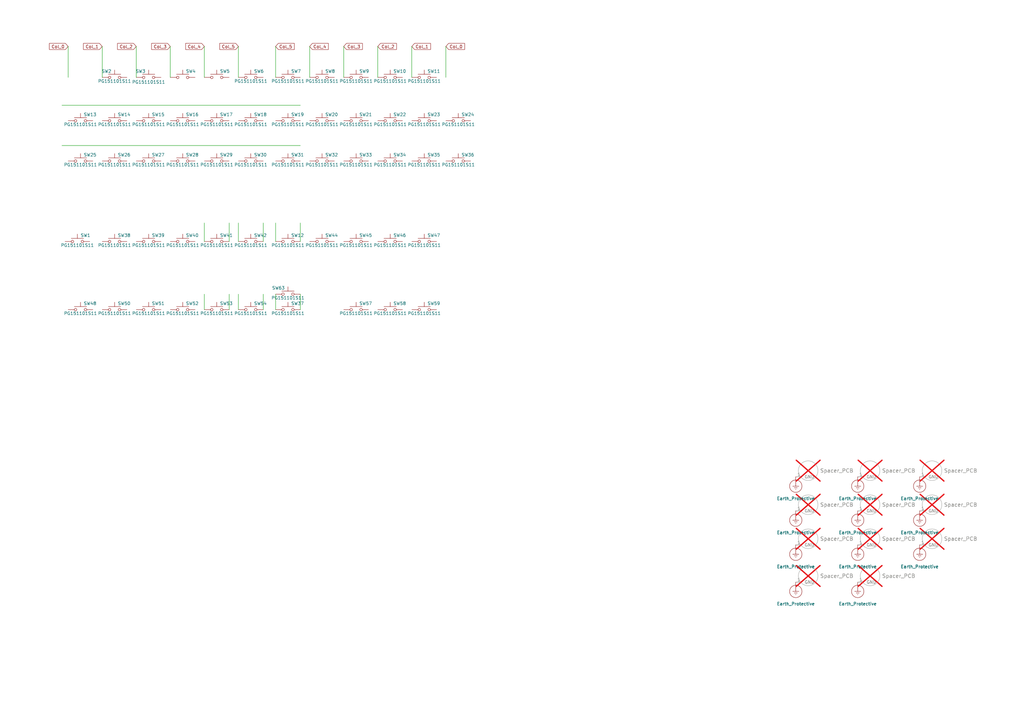
<source format=kicad_sch>
(kicad_sch (version 20250114) (generator "eeschema") (generator_version "9.0")
  (paper "A3")
  (title_block (title "Chameleon Plate") (date "2025-11-29") (rev "v1.00") (company "Tweety's Wild Thinking") (comment 1 "Markus Knutsson <markus.knutsson@tweety.se>") (comment 2 "https://github.com/TweetyDaBird") (comment 3 "Licensed under Creative Commons BY-SA 4.0 International "))
  (lib_symbols
    (symbol "Earth_Protective_1" (power) (pin_numbers (hide yes)) (pin_names (offset 0) (hide yes))
      (property "Value" "Earth_Protective" (at 0 -7.62 0))
      (symbol "Earth_Protective_1_0_1"
        (polyline (pts (xy -0.635 -4.445) (xy 0.635 -4.445)))
        (polyline (pts (xy -0.127 -5.08) (xy 0.127 -5.08)))
        (polyline (pts (xy 0 -3.81) (xy 0 0)))
        (circle (center 0 -3.81) (radius 2.54))
        (polyline (pts (xy 1.27 -3.81) (xy -1.27 -3.81)))
      )
      (symbol "Earth_Protective_1_1_1"
        (pin power_in line (at 0 0 270) (length 0) (name "~") (number "1"))
      )
    )
    (symbol "Keyboard_Plate:Spacer_Planck" (pin_names (offset 1.016))
      (property "Value" "Spacer_Planck" (at 0 1.27 0))
      (symbol "Spacer_Planck_0_1"
        (circle (center 0 0) (radius 4.0132))
      )
      (symbol "Spacer_Planck_1_1"
        (pin input line (at -5.08 -2.54 0) (length 2.54) (name "GND") (number "1"))
      )
    )
    (symbol "Switch:SW_Push" (pin_numbers (hide yes)) (pin_names (offset 1.016) (hide yes))
      (property "Reference" "SW" (at 1.27 2.54 0))
      (property "Value" "SW_Push" (at 0 -1.524 0))
      (symbol "SW_Push_0_1"
        (circle (center -2.032 0) (radius 0.508))
        (polyline (pts (xy 0 1.27) (xy 0 3.048)))
        (circle (center 2.032 0) (radius 0.508))
        (polyline (pts (xy 2.54 1.27) (xy -2.54 1.27)))
        (pin passive line (at -5.08 0 0) (length 2.54) (name "1") (number "1"))
        (pin passive line (at 5.08 0 180) (length 2.54) (name "2") (number "2"))
      )
    )
  )
  (wire (pts (xy 140.97 19.05) (xy 140.97 31.75)))
  (wire (pts (xy 83.82 19.05) (xy 83.82 31.75)))
  (wire (pts (xy 123.19 91.44) (xy 123.19 99.06)))
  (wire (pts (xy 93.98 120.65) (xy 93.98 127)))
  (wire (pts (xy 154.94 19.05) (xy 154.94 31.75)))
  (wire (pts (xy 168.91 19.05) (xy 168.91 31.75)))
  (wire (pts (xy 97.79 19.05) (xy 97.79 31.75)))
  (wire (pts (xy 55.88 19.05) (xy 55.88 31.75)))
  (wire (pts (xy 97.79 120.65) (xy 97.79 127)))
  (wire (pts (xy 41.91 19.05) (xy 41.91 31.75)))
  (wire (pts (xy 69.85 19.05) (xy 69.85 31.75)))
  (wire (pts (xy 83.82 127) (xy 83.82 120.65)))
  (wire (pts (xy 25.4 59.69) (xy 123.19 59.69)))
  (wire (pts (xy 97.79 99.06) (xy 97.79 91.44)))
  (wire (pts (xy 83.82 99.06) (xy 83.82 91.44)))
  (wire (pts (xy 25.4 43.18) (xy 123.19 43.18)))
  (wire (pts (xy 93.98 91.44) (xy 93.98 99.06)))
  (wire (pts (xy 107.95 91.44) (xy 107.95 99.06)))
  (wire (pts (xy 182.88 19.05) (xy 182.88 31.75)))
  (wire (pts (xy 127 19.05) (xy 127 31.75)))
  (wire (pts (xy 123.19 120.65) (xy 123.19 127)))
  (wire (pts (xy 27.94 19.05) (xy 27.94 31.75)))
  (wire (pts (xy 113.03 99.06) (xy 113.03 91.44)))
  (wire (pts (xy 107.95 120.65) (xy 107.95 127)))
  (wire (pts (xy 113.03 127) (xy 113.03 120.65)))
  (wire (pts (xy 113.03 19.05) (xy 113.03 31.75)))
  (global_label "Col_3" (shape input) (at 140.97 19.05 0) (property "Intersheetrefs" "${INTERSHEET_REFS}" (effects (hide yes))))
  (global_label "Col_2" (shape input) (at 55.88 19.05 180) (property "Intersheetrefs" "${INTERSHEET_REFS}" (effects (hide yes))))
  (global_label "Col_0" (shape input) (at 27.94 19.05 180) (property "Intersheetrefs" "${INTERSHEET_REFS}" (effects (hide yes))))
  (global_label "Col_2" (shape input) (at 154.94 19.05 0) (property "Intersheetrefs" "${INTERSHEET_REFS}" (effects (hide yes))))
  (global_label "Col_0" (shape input) (at 182.88 19.05 0) (property "Intersheetrefs" "${INTERSHEET_REFS}" (effects (hide yes))))
  (global_label "Col_5" (shape input) (at 113.03 19.05 0) (property "Intersheetrefs" "${INTERSHEET_REFS}" (effects (hide yes))))
  (global_label "Col_4" (shape input) (at 83.82 19.05 180) (property "Intersheetrefs" "${INTERSHEET_REFS}" (effects (hide yes))))
  (global_label "Col_3" (shape input) (at 69.85 19.05 180) (property "Intersheetrefs" "${INTERSHEET_REFS}" (effects (hide yes))))
  (global_label "Col_4" (shape input) (at 127 19.05 0) (property "Intersheetrefs" "${INTERSHEET_REFS}" (effects (hide yes))))
  (global_label "Col_5" (shape input) (at 97.79 19.05 180) (property "Intersheetrefs" "${INTERSHEET_REFS}" (effects (hide yes))))
  (global_label "Col_1" (shape input) (at 41.91 19.05 180) (property "Intersheetrefs" "${INTERSHEET_REFS}" (effects (hide yes))))
  (global_label "Col_1" (shape input) (at 168.91 19.05 0) (property "Intersheetrefs" "${INTERSHEET_REFS}" (effects (hide yes))))
  (symbol (lib_id "Switch:SW_Push") (at 88.9 66.04 0) (unit 1)
    (property "Reference" "SW29" (at 90.17 63.5 0) (effects (justify left)))
    (property "Value" "PG151101S11" (at 88.9 67.564 0))
    (property "Footprint" "Keyboard_Plate:SW_MX_Plate_Placeholder_nodrill_NOBORDER_13,9" (effects (hide yes)))
    (property "LCSC Part #" "C2803348" (effects (hide yes)))
  )
  (symbol (lib_id "Keyboard_Plate:Spacer_Planck") (at 331.47 207.01 0) (unit 1) (dnp yes)
    (property "Reference" "H9" (effects (hide yes)))
    (property "Value" "Spacer_PCB" (at 336.296 207.0099 0) (effects (font (size 1.524 1.524)) (justify left)))
    (property "Footprint" "Keyboard_Plate:Spacer Plate hole" (effects (hide yes)))
  )
  (symbol (lib_id "Switch:SW_Push") (at 118.11 127 0) (unit 1)
    (property "Reference" "SW37" (at 119.38 124.46 0) (effects (justify left)))
    (property "Value" "PG151101S11" (at 118.11 128.524 0))
    (property "Footprint" "Keyboard_Plate:SW_MX_Plate_Placeholder_nodrill_NOBORDER_13,9" (effects (hide yes)))
    (property "LCSC Part #" "C2803348" (effects (hide yes)))
  )
  (symbol (lib_id "Switch:SW_Push") (at 60.96 99.06 0) (unit 1)
    (property "Reference" "SW39" (at 62.23 96.52 0) (effects (justify left)))
    (property "Value" "PG151101S11" (at 60.96 100.584 0))
    (property "Footprint" "Keyboard_Plate:SW_MX_Plate_Placeholder_nodrill_NOBORDER_13,9" (effects (hide yes)))
    (property "LCSC Part #" "C2803348" (effects (hide yes)))
  )
  (symbol (lib_name "Earth_Protective_1") (lib_id "power:Earth_Protective") (at 326.39 223.52 0) (unit 1)
    (property "Reference" "#PWR064" (effects (hide yes)))
    (property "Value" "Earth_Protective" (at 326.39 232.41 0))
    (property "Description" "Power symbol creates a global label with name \"Earth_Protective\"" (effects (hide yes)))
  )
  (symbol (lib_id "Switch:SW_Push") (at 102.87 127 0) (unit 1)
    (property "Reference" "SW54" (at 104.14 124.46 0) (effects (justify left)))
    (property "Value" "PG151101S11" (at 102.87 128.524 0))
    (property "Footprint" "Keyboard_Plate:SW_MX_Plate_Placeholder_nodrill_NOBORDER_13,9" (effects (hide yes)))
    (property "LCSC Part #" "C2803348" (effects (hide yes)))
  )
  (symbol (lib_id "Switch:SW_Push") (at 118.11 49.53 0) (unit 1)
    (property "Reference" "SW19" (at 119.38 46.99 0) (effects (justify left)))
    (property "Value" "PG151101S11" (at 118.11 51.054 0))
    (property "Footprint" "Keyboard_Plate:SW_MX_Plate_Placeholder_nodrill_NOBORDER_13,9" (effects (hide yes)))
    (property "LCSC Part #" "C2803348" (effects (hide yes)))
  )
  (symbol (lib_name "Earth_Protective_1") (lib_id "power:Earth_Protective") (at 377.19 209.55 0) (unit 1)
    (property "Reference" "#PWR055" (effects (hide yes)))
    (property "Value" "Earth_Protective" (at 377.19 218.44 0))
    (property "Description" "Power symbol creates a global label with name \"Earth_Protective\"" (effects (hide yes)))
  )
  (symbol (lib_id "Switch:SW_Push") (at 173.99 127 0) (unit 1)
    (property "Reference" "SW59" (at 175.26 124.46 0) (effects (justify left)))
    (property "Value" "PG151101S11" (at 173.99 128.524 0))
    (property "Footprint" "Keyboard_Plate:SW_MX_Plate_Placeholder_nodrill_NOBORDER_13,9" (effects (hide yes)))
    (property "LCSC Part #" "C2803348" (effects (hide yes)))
  )
  (symbol (lib_id "Switch:SW_Push") (at 132.08 66.04 0) (unit 1)
    (property "Reference" "SW32" (at 133.35 63.5 0) (effects (justify left)))
    (property "Value" "PG151101S11" (at 132.08 67.564 0))
    (property "Footprint" "Keyboard_Plate:SW_MX_Plate_Placeholder_nodrill_NOBORDER_13,9" (effects (hide yes)))
    (property "LCSC Part #" "C2803348" (effects (hide yes)))
  )
  (symbol (lib_name "Earth_Protective_1") (lib_id "power:Earth_Protective") (at 326.39 195.58 0) (unit 1)
    (property "Reference" "#PWR065" (effects (hide yes)))
    (property "Value" "Earth_Protective" (at 326.39 204.47 0))
    (property "Description" "Power symbol creates a global label with name \"Earth_Protective\"" (effects (hide yes)))
  )
  (symbol (lib_name "Earth_Protective_1") (lib_id "power:Earth_Protective") (at 326.39 238.76 0) (unit 1)
    (property "Reference" "#PWR061" (effects (hide yes)))
    (property "Value" "Earth_Protective" (at 326.39 247.65 0))
    (property "Description" "Power symbol creates a global label with name \"Earth_Protective\"" (effects (hide yes)))
  )
  (symbol (lib_id "Switch:SW_Push") (at 146.05 99.06 0) (unit 1)
    (property "Reference" "SW45" (at 147.32 96.52 0) (effects (justify left)))
    (property "Value" "PG151101S11" (at 146.05 100.584 0))
    (property "Footprint" "Keyboard_Plate:SW_MX_Plate_Placeholder_nodrill_NOBORDER_13,9" (effects (hide yes)))
    (property "LCSC Part #" "C2803348" (effects (hide yes)))
  )
  (symbol (lib_name "Earth_Protective_1") (lib_id "power:Earth_Protective") (at 351.79 209.55 0) (unit 1)
    (property "Reference" "#PWR057" (effects (hide yes)))
    (property "Value" "Earth_Protective" (at 351.79 218.44 0))
    (property "Description" "Power symbol creates a global label with name \"Earth_Protective\"" (effects (hide yes)))
  )
  (symbol (lib_id "Switch:SW_Push") (at 173.99 99.06 0) (unit 1)
    (property "Reference" "SW47" (at 175.26 96.52 0) (effects (justify left)))
    (property "Value" "PG151101S11" (at 173.99 100.584 0))
    (property "Footprint" "Keyboard_Plate:SW_MX_Plate_Placeholder_nodrill_NOBORDER_13,9" (effects (hide yes)))
    (property "LCSC Part #" "C2803348" (effects (hide yes)))
  )
  (symbol (lib_id "Switch:SW_Push") (at 173.99 31.75 0) (unit 1)
    (property "Reference" "SW11" (at 175.26 29.21 0) (effects (justify left)))
    (property "Value" "PG151101S11" (at 173.99 33.274 0))
    (property "Footprint" "Keyboard_Plate:SW_MX_Plate_Placeholder_nodrill_NOBORDER_13,9" (effects (hide yes)))
    (property "LCSC Part #" "C2803348" (effects (hide yes)))
  )
  (symbol (lib_id "Switch:SW_Push") (at 146.05 66.04 0) (unit 1)
    (property "Reference" "SW33" (at 147.32 63.5 0) (effects (justify left)))
    (property "Value" "PG151101S11" (at 146.05 67.564 0))
    (property "Footprint" "Keyboard_Plate:SW_MX_Plate_Placeholder_nodrill_NOBORDER_13,9" (effects (hide yes)))
    (property "LCSC Part #" "C2803348" (effects (hide yes)))
  )
  (symbol (lib_id "Switch:SW_Push") (at 74.93 99.06 0) (unit 1)
    (property "Reference" "SW40" (at 76.2 96.52 0) (effects (justify left)))
    (property "Value" "PG151101S11" (at 74.93 100.584 0))
    (property "Footprint" "Keyboard_Plate:SW_MX_Plate_Placeholder_nodrill_NOBORDER_13,9" (effects (hide yes)))
    (property "LCSC Part #" "C2803348" (effects (hide yes)))
  )
  (symbol (lib_id "Switch:SW_Push") (at 118.11 99.06 0) (unit 1)
    (property "Reference" "SW12" (at 119.38 96.52 0) (effects (justify left)))
    (property "Value" "PG151101S11" (at 118.11 100.584 0))
    (property "Footprint" "Keyboard_Plate:SW_MX_Plate_Placeholder_nodrill_NOBORDER_13,9" (effects (hide yes)))
    (property "LCSC Part #" "C2803348" (effects (hide yes)))
  )
  (symbol (lib_id "Switch:SW_Push") (at 160.02 31.75 0) (unit 1)
    (property "Reference" "SW10" (at 161.29 29.21 0) (effects (justify left)))
    (property "Value" "PG151101S11" (at 160.02 33.274 0))
    (property "Footprint" "Keyboard_Plate:SW_MX_Plate_Placeholder_nodrill_NOBORDER_13,9" (effects (hide yes)))
    (property "LCSC Part #" "C2803348" (effects (hide yes)))
  )
  (symbol (lib_name "Earth_Protective_1") (lib_id "power:Earth_Protective") (at 326.39 209.55 0) (unit 1)
    (property "Reference" "#PWR059" (effects (hide yes)))
    (property "Value" "Earth_Protective" (at 326.39 218.44 0))
    (property "Description" "Power symbol creates a global label with name \"Earth_Protective\"" (effects (hide yes)))
  )
  (symbol (lib_id "Switch:SW_Push") (at 160.02 127 0) (unit 1)
    (property "Reference" "SW58" (at 161.29 124.46 0) (effects (justify left)))
    (property "Value" "PG151101S11" (at 160.02 128.524 0))
    (property "Footprint" "Keyboard_Plate:SW_MX_Plate_Placeholder_nodrill_NOBORDER_13,9" (effects (hide yes)))
    (property "LCSC Part #" "C2803348" (effects (hide yes)))
  )
  (symbol (lib_id "Keyboard_Plate:Spacer_Planck") (at 356.87 193.04 0) (unit 1) (dnp yes)
    (property "Reference" "H6" (effects (hide yes)))
    (property "Value" "Spacer_PCB" (at 361.696 193.0399 0) (effects (font (size 1.524 1.524)) (justify left)))
    (property "Footprint" "Keyboard_Plate:Spacer Plate hole" (effects (hide yes)))
  )
  (symbol (lib_id "Switch:SW_Push") (at 187.96 66.04 0) (unit 1)
    (property "Reference" "SW36" (at 189.23 63.5 0) (effects (justify left)))
    (property "Value" "PG151101S11" (at 187.96 67.564 0))
    (property "Footprint" "Keyboard_Plate:SW_MX_Plate_Placeholder_nodrill_NOBORDER_13,9" (effects (hide yes)))
    (property "LCSC Part #" "C2803348" (effects (hide yes)))
  )
  (symbol (lib_id "Switch:SW_Push") (at 74.93 127 0) (unit 1)
    (property "Reference" "SW52" (at 76.2 124.46 0) (effects (justify left)))
    (property "Value" "PG151101S11" (at 74.93 128.524 0))
    (property "Footprint" "Keyboard_Plate:SW_MX_Plate_Placeholder_nodrill_NOBORDER_13,9" (effects (hide yes)))
    (property "LCSC Part #" "C2803348" (effects (hide yes)))
  )
  (symbol (lib_id "Switch:SW_Push") (at 160.02 49.53 0) (unit 1)
    (property "Reference" "SW22" (at 161.29 46.99 0) (effects (justify left)))
    (property "Value" "PG151101S11" (at 160.02 51.054 0))
    (property "Footprint" "Keyboard_Plate:SW_MX_Plate_Placeholder_nodrill_NOBORDER_13,9" (effects (hide yes)))
    (property "LCSC Part #" "C2803348" (effects (hide yes)))
  )
  (symbol (lib_id "Switch:SW_Push") (at 132.08 31.75 0) (unit 1)
    (property "Reference" "SW8" (at 133.35 29.21 0) (effects (justify left)))
    (property "Value" "PG151101S11" (at 132.08 33.274 0))
    (property "Footprint" "Keyboard_Plate:SW_MX_Plate_Placeholder_nodrill_NOBORDER_13,9" (effects (hide yes)))
    (property "LCSC Part #" "C2803348" (effects (hide yes)))
  )
  (symbol (lib_id "Switch:SW_Push") (at 33.02 66.04 0) (unit 1)
    (property "Reference" "SW25" (at 34.29 63.5 0) (effects (justify left)))
    (property "Value" "PG151101S11" (at 33.02 67.564 0))
    (property "Footprint" "Keyboard_Plate:SW_MX_Plate_Placeholder_nodrill_NOBORDER_13,9" (effects (hide yes)))
    (property "LCSC Part #" "C2803348" (effects (hide yes)))
  )
  (symbol (lib_id "Switch:SW_Push") (at 46.99 99.06 0) (unit 1)
    (property "Reference" "SW38" (at 48.26 96.52 0) (effects (justify left)))
    (property "Value" "PG151101S11" (at 46.99 100.584 0))
    (property "Footprint" "Keyboard_Plate:SW_MX_Plate_Placeholder_nodrill_NOBORDER_13,9" (effects (hide yes)))
    (property "LCSC Part #" "C2803348" (effects (hide yes)))
  )
  (symbol (lib_id "Switch:SW_Push") (at 88.9 31.75 0) (unit 1)
    (property "Reference" "SW5" (at 90.17 29.21 0) (effects (justify left)))
    (property "Value" "PG151101S11" (effects (hide yes)))
    (property "Footprint" "Keyboard_Plate:SW_MX_Plate_Placeholder_nodrill_NOBORDER_13,9" (effects (hide yes)))
    (property "LCSC Part #" "C2803348" (effects (hide yes)))
  )
  (symbol (lib_id "Switch:SW_Push") (at 74.93 49.53 0) (unit 1)
    (property "Reference" "SW16" (at 76.2 46.99 0) (effects (justify left)))
    (property "Value" "PG151101S11" (at 74.93 51.054 0))
    (property "Footprint" "Keyboard_Plate:SW_MX_Plate_Placeholder_nodrill_NOBORDER_13,9" (effects (hide yes)))
    (property "LCSC Part #" "C2803348" (effects (hide yes)))
  )
  (symbol (lib_name "Earth_Protective_1") (lib_id "power:Earth_Protective") (at 377.19 195.58 0) (unit 1)
    (property "Reference" "#PWR054" (effects (hide yes)))
    (property "Value" "Earth_Protective" (at 377.19 204.47 0))
    (property "Description" "Power symbol creates a global label with name \"Earth_Protective\"" (effects (hide yes)))
  )
  (symbol (lib_id "Keyboard_Plate:Spacer_Planck") (at 331.47 220.98 0) (unit 1) (dnp yes)
    (property "Reference" "H11" (effects (hide yes)))
    (property "Value" "Spacer_PCB" (at 336.296 220.9799 0) (effects (font (size 1.524 1.524)) (justify left)))
    (property "Footprint" "Keyboard_Plate:Spacer Plate hole" (effects (hide yes)))
  )
  (symbol (lib_name "Earth_Protective_1") (lib_id "power:Earth_Protective") (at 351.79 195.58 0) (unit 1)
    (property "Reference" "#PWR053" (effects (hide yes)))
    (property "Value" "Earth_Protective" (at 351.79 204.47 0))
    (property "Description" "Power symbol creates a global label with name \"Earth_Protective\"" (effects (hide yes)))
  )
  (symbol (lib_id "Switch:SW_Push") (at 60.96 66.04 0) (unit 1)
    (property "Reference" "SW27" (at 62.23 63.5 0) (effects (justify left)))
    (property "Value" "PG151101S11" (at 60.96 67.564 0))
    (property "Footprint" "Keyboard_Plate:SW_MX_Plate_Placeholder_nodrill_NOBORDER_13,9" (effects (hide yes)))
    (property "LCSC Part #" "C2803348" (effects (hide yes)))
  )
  (symbol (lib_id "Switch:SW_Push") (at 60.96 31.75 0) (mirror y) (unit 1)
    (property "Reference" "SW3" (at 59.69 29.21 0) (effects (justify left)))
    (property "Value" "PG151101S11" (at 60.96 33.655 0))
    (property "Footprint" "Keyboard_Plate:SW_MX_Plate_Placeholder_nodrill_NOBORDER_13,9" (effects (hide yes)))
    (property "LCSC Part #" "C2803348" (effects (hide yes)))
  )
  (symbol (lib_id "Keyboard_Plate:Spacer_Planck") (at 382.27 220.98 0) (unit 1) (dnp yes)
    (property "Reference" "H12" (effects (hide yes)))
    (property "Value" "Spacer_PCB" (at 387.096 220.9799 0) (effects (font (size 1.524 1.524)) (justify left)))
    (property "Footprint" "Keyboard_Plate:Spacer Plate hole" (effects (hide yes)))
  )
  (symbol (lib_id "Keyboard_Plate:Spacer_Planck") (at 356.87 236.22 0) (unit 1) (dnp yes)
    (property "Reference" "H1" (effects (hide yes)))
    (property "Value" "Spacer_PCB" (at 361.696 236.2199 0) (effects (font (size 1.524 1.524)) (justify left)))
    (property "Footprint" "Keyboard_Plate:Spacer Plate hole" (effects (hide yes)))
  )
  (symbol (lib_id "Switch:SW_Push") (at 160.02 66.04 0) (unit 1)
    (property "Reference" "SW34" (at 161.29 63.5 0) (effects (justify left)))
    (property "Value" "PG151101S11" (at 160.02 67.564 0))
    (property "Footprint" "Keyboard_Plate:SW_MX_Plate_Placeholder_nodrill_NOBORDER_13,9" (effects (hide yes)))
    (property "LCSC Part #" "C2803348" (effects (hide yes)))
  )
  (symbol (lib_id "Switch:SW_Push") (at 118.11 66.04 0) (unit 1)
    (property "Reference" "SW31" (at 119.38 63.5 0) (effects (justify left)))
    (property "Value" "PG151101S11" (at 118.11 67.564 0))
    (property "Footprint" "Keyboard_Plate:SW_MX_Plate_Placeholder_nodrill_NOBORDER_13,9" (effects (hide yes)))
    (property "LCSC Part #" "C2803348" (effects (hide yes)))
  )
  (symbol (lib_id "Switch:SW_Push") (at 33.02 49.53 0) (unit 1)
    (property "Reference" "SW13" (at 34.29 46.99 0) (effects (justify left)))
    (property "Value" "PG151101S11" (at 33.02 51.054 0))
    (property "Footprint" "Keyboard_Plate:SW_MX_Plate_Placeholder_nodrill_NOBORDER_13,9" (effects (hide yes)))
    (property "LCSC Part #" "C2803348" (effects (hide yes)))
  )
  (symbol (lib_id "Switch:SW_Push") (at 60.96 127 0) (unit 1)
    (property "Reference" "SW51" (at 62.23 124.46 0) (effects (justify left)))
    (property "Value" "PG151101S11" (at 60.96 128.524 0))
    (property "Footprint" "Keyboard_Plate:SW_MX_Plate_Placeholder_nodrill_NOBORDER_13,9" (effects (hide yes)))
    (property "LCSC Part #" "C2803348" (effects (hide yes)))
  )
  (symbol (lib_id "Switch:SW_Push") (at 60.96 49.53 0) (unit 1)
    (property "Reference" "SW15" (at 62.23 46.99 0) (effects (justify left)))
    (property "Value" "PG151101S11" (at 60.96 51.054 0))
    (property "Footprint" "Keyboard_Plate:SW_MX_Plate_Placeholder_nodrill_NOBORDER_13,9" (effects (hide yes)))
    (property "LCSC Part #" "C2803348" (effects (hide yes)))
  )
  (symbol (lib_id "Switch:SW_Push") (at 132.08 99.06 0) (unit 1)
    (property "Reference" "SW44" (at 133.35 96.52 0) (effects (justify left)))
    (property "Value" "PG151101S11" (at 132.08 100.584 0))
    (property "Footprint" "Keyboard_Plate:SW_MX_Plate_Placeholder_nodrill_NOBORDER_13,9" (effects (hide yes)))
    (property "LCSC Part #" "C2803348" (effects (hide yes)))
  )
  (symbol (lib_id "Switch:SW_Push") (at 102.87 99.06 0) (unit 1)
    (property "Reference" "SW42" (at 104.14 96.52 0) (effects (justify left)))
    (property "Value" "PG151101S11" (at 102.87 100.584 0))
    (property "Footprint" "Keyboard_Plate:SW_MX_Plate_Placeholder_nodrill_NOBORDER_13,9" (effects (hide yes)))
    (property "LCSC Part #" "C2803348" (effects (hide yes)))
  )
  (symbol (lib_name "Earth_Protective_1") (lib_id "power:Earth_Protective") (at 351.79 238.76 0) (unit 1)
    (property "Reference" "#PWR058" (effects (hide yes)))
    (property "Value" "Earth_Protective" (at 351.79 247.65 0))
    (property "Description" "Power symbol creates a global label with name \"Earth_Protective\"" (effects (hide yes)))
  )
  (symbol (lib_id "Switch:SW_Push") (at 146.05 49.53 0) (unit 1)
    (property "Reference" "SW21" (at 147.32 46.99 0) (effects (justify left)))
    (property "Value" "PG151101S11" (at 146.05 51.054 0))
    (property "Footprint" "Keyboard_Plate:SW_MX_Plate_Placeholder_nodrill_NOBORDER_13,9" (effects (hide yes)))
    (property "LCSC Part #" "C2803348" (effects (hide yes)))
  )
  (symbol (lib_id "Switch:SW_Push") (at 102.87 49.53 0) (unit 1)
    (property "Reference" "SW18" (at 104.14 46.99 0) (effects (justify left)))
    (property "Value" "PG151101S11" (at 102.87 51.054 0))
    (property "Footprint" "Keyboard_Plate:SW_MX_Plate_Placeholder_nodrill_NOBORDER_13,9" (effects (hide yes)))
    (property "LCSC Part #" "C2803348" (effects (hide yes)))
  )
  (symbol (lib_id "Keyboard_Plate:Spacer_Planck") (at 331.47 236.22 0) (unit 1) (dnp yes)
    (property "Reference" "H5" (effects (hide yes)))
    (property "Value" "Spacer_PCB" (at 336.296 236.2199 0) (effects (font (size 1.524 1.524)) (justify left)))
    (property "Footprint" "Keyboard_Plate:Spacer Plate hole" (effects (hide yes)))
  )
  (symbol (lib_id "Switch:SW_Push") (at 102.87 31.75 0) (unit 1)
    (property "Reference" "SW6" (at 104.14 29.21 0) (effects (justify left)))
    (property "Value" "PG151101S11" (at 102.87 33.274 0))
    (property "Footprint" "Keyboard_Plate:SW_MX_Plate_Placeholder_nodrill_NOBORDER_13,9" (effects (hide yes)))
    (property "LCSC Part #" "C2803348" (effects (hide yes)))
  )
  (symbol (lib_id "Switch:SW_Push") (at 33.02 127 0) (unit 1)
    (property "Reference" "SW48" (at 34.29 124.46 0) (effects (justify left)))
    (property "Value" "PG151101S11" (at 33.02 128.524 0))
    (property "Footprint" "Keyboard_Plate:SW_MX_Plate_Placeholder_nodrill_NOBORDER_13,9" (effects (hide yes)))
    (property "LCSC Part #" "C2803348" (effects (hide yes)))
  )
  (symbol (lib_id "Switch:SW_Push") (at 118.11 31.75 0) (unit 1)
    (property "Reference" "SW7" (at 119.38 29.21 0) (effects (justify left)))
    (property "Value" "PG151101S11" (at 118.11 33.274 0))
    (property "Footprint" "Keyboard_Plate:SW_MX_Plate_Placeholder_nodrill_NOBORDER_13,9" (effects (hide yes)))
    (property "LCSC Part #" "C2803348" (effects (hide yes)))
  )
  (symbol (lib_id "Switch:SW_Push") (at 102.87 66.04 0) (unit 1)
    (property "Reference" "SW30" (at 104.14 63.5 0) (effects (justify left)))
    (property "Value" "PG151101S11" (at 102.87 67.564 0))
    (property "Footprint" "Keyboard_Plate:SW_MX_Plate_Placeholder_nodrill_NOBORDER_13,9" (effects (hide yes)))
    (property "LCSC Part #" "C2803348" (effects (hide yes)))
  )
  (symbol (lib_id "Switch:SW_Push") (at 173.99 49.53 0) (unit 1)
    (property "Reference" "SW23" (at 175.26 46.99 0) (effects (justify left)))
    (property "Value" "PG151101S11" (at 173.99 51.054 0))
    (property "Footprint" "Keyboard_Plate:SW_MX_Plate_Placeholder_nodrill_NOBORDER_13,9" (effects (hide yes)))
    (property "LCSC Part #" "C2803348" (effects (hide yes)))
  )
  (symbol (lib_id "Switch:SW_Push") (at 74.93 31.75 0) (unit 1)
    (property "Reference" "SW4" (at 76.2 29.21 0) (effects (justify left)))
    (property "Value" "PG151101S11" (effects (hide yes)))
    (property "Footprint" "Keyboard_Plate:SW_MX_Plate_Placeholder_nodrill_NOBORDER_13,9" (effects (hide yes)))
    (property "LCSC Part #" "C2803348" (effects (hide yes)))
  )
  (symbol (lib_id "Switch:SW_Push") (at 46.99 49.53 0) (unit 1)
    (property "Reference" "SW14" (at 48.26 46.99 0) (effects (justify left)))
    (property "Value" "PG151101S11" (at 46.99 51.054 0))
    (property "Footprint" "Keyboard_Plate:SW_MX_Plate_Placeholder_nodrill_NOBORDER_13,9" (effects (hide yes)))
    (property "LCSC Part #" "C2803348" (effects (hide yes)))
  )
  (symbol (lib_name "Earth_Protective_1") (lib_id "power:Earth_Protective") (at 377.19 223.52 0) (unit 1)
    (property "Reference" "#PWR056" (effects (hide yes)))
    (property "Value" "Earth_Protective" (at 377.19 232.41 0))
    (property "Description" "Power symbol creates a global label with name \"Earth_Protective\"" (effects (hide yes)))
  )
  (symbol (lib_id "Keyboard_Plate:Spacer_Planck") (at 356.87 207.01 0) (unit 1) (dnp yes)
    (property "Reference" "H2" (effects (hide yes)))
    (property "Value" "Spacer_PCB" (at 361.696 207.0099 0) (effects (font (size 1.524 1.524)) (justify left)))
    (property "Footprint" "Keyboard_Plate:Spacer Plate hole" (effects (hide yes)))
  )
  (symbol (lib_id "Keyboard_Plate:Spacer_Planck") (at 331.47 193.04 0) (unit 1) (dnp yes)
    (property "Reference" "H7" (effects (hide yes)))
    (property "Value" "Spacer_PCB" (at 336.296 193.0399 0) (effects (font (size 1.524 1.524)) (justify left)))
    (property "Footprint" "Keyboard_Plate:Spacer Plate hole" (effects (hide yes)))
  )
  (symbol (lib_id "Keyboard_Plate:Spacer_Planck") (at 356.87 220.98 0) (unit 1) (dnp yes)
    (property "Reference" "H4" (effects (hide yes)))
    (property "Value" "Spacer_PCB" (at 361.696 220.9799 0) (effects (font (size 1.524 1.524)) (justify left)))
    (property "Footprint" "Keyboard_Plate:Spacer Plate hole" (effects (hide yes)))
  )
  (symbol (lib_id "Switch:SW_Push") (at 146.05 127 0) (unit 1)
    (property "Reference" "SW57" (at 147.32 124.46 0) (effects (justify left)))
    (property "Value" "PG151101S11" (at 146.05 128.524 0))
    (property "Footprint" "Keyboard_Plate:SW_MX_Plate_Placeholder_nodrill_NOBORDER_13,9" (effects (hide yes)))
    (property "LCSC Part #" "C2803348" (effects (hide yes)))
  )
  (symbol (lib_id "Switch:SW_Push") (at 88.9 49.53 0) (unit 1)
    (property "Reference" "SW17" (at 90.17 46.99 0) (effects (justify left)))
    (property "Value" "PG151101S11" (at 88.9 51.054 0))
    (property "Footprint" "Keyboard_Plate:SW_MX_Plate_Placeholder_nodrill_NOBORDER_13,9" (effects (hide yes)))
    (property "LCSC Part #" "C2803348" (effects (hide yes)))
  )
  (symbol (lib_name "Earth_Protective_1") (lib_id "power:Earth_Protective") (at 351.79 223.52 0) (unit 1)
    (property "Reference" "#PWR060" (effects (hide yes)))
    (property "Value" "Earth_Protective" (at 351.79 232.41 0))
    (property "Description" "Power symbol creates a global label with name \"Earth_Protective\"" (effects (hide yes)))
  )
  (symbol (lib_id "Switch:SW_Push") (at 46.99 66.04 0) (unit 1)
    (property "Reference" "SW26" (at 48.26 63.5 0) (effects (justify left)))
    (property "Value" "PG151101S11" (at 46.99 67.564 0))
    (property "Footprint" "Keyboard_Plate:SW_MX_Plate_Placeholder_nodrill_NOBORDER_13,9" (effects (hide yes)))
    (property "LCSC Part #" "C2803348" (effects (hide yes)))
  )
  (symbol (lib_id "Switch:SW_Push") (at 46.99 127 0) (unit 1)
    (property "Reference" "SW50" (at 48.26 124.46 0) (effects (justify left)))
    (property "Value" "PG151101S11" (at 46.99 128.524 0))
    (property "Footprint" "Keyboard_Plate:SW_MX_Plate_Placeholder_nodrill_NOBORDER_13,9" (effects (hide yes)))
    (property "LCSC Part #" "C2803348" (effects (hide yes)))
  )
  (symbol (lib_id "Switch:SW_Push") (at 31.75 99.06 0) (unit 1)
    (property "Reference" "SW1" (at 33.02 96.52 0) (effects (justify left)))
    (property "Value" "PG151101S11" (at 31.75 100.584 0))
    (property "Footprint" "Keyboard_Plate:SW_MX_Plate_Placeholder_nodrill_NOBORDER_13,9" (effects (hide yes)))
    (property "LCSC Part #" "C2803348" (effects (hide yes)))
  )
  (symbol (lib_id "Switch:SW_Push") (at 146.05 31.75 0) (unit 1)
    (property "Reference" "SW9" (at 147.32 29.21 0) (effects (justify left)))
    (property "Value" "PG151101S11" (at 146.05 33.274 0))
    (property "Footprint" "Keyboard_Plate:SW_MX_Plate_Placeholder_nodrill_NOBORDER_13,9" (effects (hide yes)))
    (property "LCSC Part #" "C2803348" (effects (hide yes)))
  )
  (symbol (lib_id "Switch:SW_Push") (at 160.02 99.06 0) (unit 1)
    (property "Reference" "SW46" (at 161.29 96.52 0) (effects (justify left)))
    (property "Value" "PG151101S11" (at 160.02 100.584 0))
    (property "Footprint" "Keyboard_Plate:SW_MX_Plate_Placeholder_nodrill_NOBORDER_13,9" (effects (hide yes)))
    (property "LCSC Part #" "C2803348" (effects (hide yes)))
  )
  (symbol (lib_id "Keyboard_Plate:Spacer_Planck") (at 382.27 207.01 0) (unit 1) (dnp yes)
    (property "Reference" "H13" (effects (hide yes)))
    (property "Value" "Spacer_PCB" (at 387.096 207.0099 0) (effects (font (size 1.524 1.524)) (justify left)))
    (property "Footprint" "Keyboard_Plate:Spacer Plate hole" (effects (hide yes)))
  )
  (symbol (lib_id "Switch:SW_Push") (at 132.08 49.53 0) (unit 1)
    (property "Reference" "SW20" (at 133.35 46.99 0) (effects (justify left)))
    (property "Value" "PG151101S11" (at 132.08 51.054 0))
    (property "Footprint" "Keyboard_Plate:SW_MX_Plate_Placeholder_nodrill_NOBORDER_13,9" (effects (hide yes)))
    (property "LCSC Part #" "C2803348" (effects (hide yes)))
  )
  (symbol (lib_id "Switch:SW_Push") (at 88.9 127 0) (unit 1)
    (property "Reference" "SW53" (at 90.17 124.46 0) (effects (justify left)))
    (property "Value" "PG151101S11" (at 88.9 128.524 0))
    (property "Footprint" "Keyboard_Plate:SW_MX_Plate_Placeholder_nodrill_NOBORDER_13,9" (effects (hide yes)))
    (property "LCSC Part #" "C2803348" (effects (hide yes)))
  )
  (symbol (lib_id "Keyboard_Plate:Spacer_Planck") (at 382.27 193.04 0) (unit 1) (dnp yes)
    (property "Reference" "H14" (effects (hide yes)))
    (property "Value" "Spacer_PCB" (at 387.096 193.0399 0) (effects (font (size 1.524 1.524)) (justify left)))
    (property "Footprint" "Keyboard_Plate:Spacer Plate hole" (effects (hide yes)))
  )
  (symbol (lib_id "Switch:SW_Push") (at 187.96 49.53 0) (unit 1)
    (property "Reference" "SW24" (at 189.23 46.99 0) (effects (justify left)))
    (property "Value" "PG151101S11" (at 187.96 51.054 0))
    (property "Footprint" "Keyboard_Plate:SW_MX_Plate_Placeholder_nodrill_NOBORDER_13,9" (effects (hide yes)))
    (property "LCSC Part #" "C2803348" (effects (hide yes)))
  )
  (symbol (lib_id "Switch:SW_Push") (at 46.99 31.75 0) (mirror y) (unit 1)
    (property "Reference" "SW2" (at 45.72 29.21 0) (effects (justify left)))
    (property "Value" "PG151101S11" (at 46.99 33.274 0))
    (property "Footprint" "Keyboard_Plate:SW_MX_Plate_Placeholder_nodrill_NOBORDER_13,9" (effects (hide yes)))
    (property "LCSC Part #" "C2803348" (effects (hide yes)))
  )
  (symbol (lib_id "Switch:SW_Push") (at 74.93 66.04 0) (unit 1)
    (property "Reference" "SW28" (at 76.2 63.5 0) (effects (justify left)))
    (property "Value" "PG151101S11" (at 74.93 67.564 0))
    (property "Footprint" "Keyboard_Plate:SW_MX_Plate_Placeholder_nodrill_NOBORDER_13,9" (effects (hide yes)))
    (property "LCSC Part #" "C2803348" (effects (hide yes)))
  )
  (symbol (lib_id "Switch:SW_Push") (at 118.11 120.65 0) (mirror y) (unit 1)
    (property "Reference" "SW63" (at 116.84 118.11 0) (effects (justify left)))
    (property "Value" "PG151101S11" (at 118.11 122.174 0))
    (property "Footprint" "Keyboard_Plate:SW_MX_Plate_Placeholder_nodrill_NOBORDER_13,9" (effects (hide yes)))
    (property "LCSC Part #" "C2803348" (effects (hide yes)))
  )
  (symbol (lib_id "Switch:SW_Push") (at 173.99 66.04 0) (unit 1)
    (property "Reference" "SW35" (at 175.26 63.5 0) (effects (justify left)))
    (property "Value" "PG151101S11" (at 173.99 67.564 0))
    (property "Footprint" "Keyboard_Plate:SW_MX_Plate_Placeholder_nodrill_NOBORDER_13,9" (effects (hide yes)))
    (property "LCSC Part #" "C2803348" (effects (hide yes)))
  )
  (symbol (lib_id "Switch:SW_Push") (at 88.9 99.06 0) (unit 1)
    (property "Reference" "SW41" (at 90.17 96.52 0) (effects (justify left)))
    (property "Value" "PG151101S11" (at 88.9 100.584 0))
    (property "Footprint" "Keyboard_Plate:SW_MX_Plate_Placeholder_nodrill_NOBORDER_13,9" (effects (hide yes)))
    (property "LCSC Part #" "C2803348" (effects (hide yes)))
  )
)
</source>
